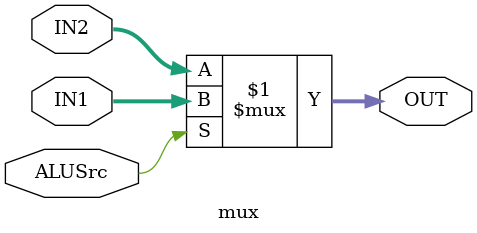
<source format=v>
module mux(IN1, IN2, OUT, ALUSrc);

input ALUSrc;
input [31:0] IN1;
input [31:0] IN2;

output reg [31:0] OUT;

assign OUT = ALUSrc ? IN1 : IN2;

endmodule
</source>
